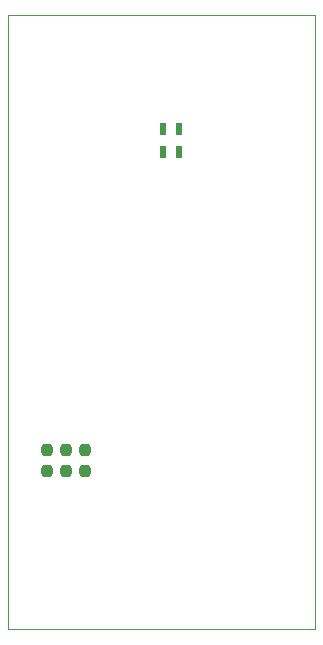
<source format=gtp>
G04 #@! TF.GenerationSoftware,KiCad,Pcbnew,(6.0.0)*
G04 #@! TF.CreationDate,2022-01-19T21:14:50+07:00*
G04 #@! TF.ProjectId,NixieClock,4e697869-6543-46c6-9f63-6b2e6b696361,rev?*
G04 #@! TF.SameCoordinates,Original*
G04 #@! TF.FileFunction,Paste,Top*
G04 #@! TF.FilePolarity,Positive*
%FSLAX46Y46*%
G04 Gerber Fmt 4.6, Leading zero omitted, Abs format (unit mm)*
G04 Created by KiCad (PCBNEW (6.0.0)) date 2022-01-19 21:14:50*
%MOMM*%
%LPD*%
G01*
G04 APERTURE LIST*
G04 Aperture macros list*
%AMRoundRect*
0 Rectangle with rounded corners*
0 $1 Rounding radius*
0 $2 $3 $4 $5 $6 $7 $8 $9 X,Y pos of 4 corners*
0 Add a 4 corners polygon primitive as box body*
4,1,4,$2,$3,$4,$5,$6,$7,$8,$9,$2,$3,0*
0 Add four circle primitives for the rounded corners*
1,1,$1+$1,$2,$3*
1,1,$1+$1,$4,$5*
1,1,$1+$1,$6,$7*
1,1,$1+$1,$8,$9*
0 Add four rect primitives between the rounded corners*
20,1,$1+$1,$2,$3,$4,$5,0*
20,1,$1+$1,$4,$5,$6,$7,0*
20,1,$1+$1,$6,$7,$8,$9,0*
20,1,$1+$1,$8,$9,$2,$3,0*%
G04 Aperture macros list end*
G04 #@! TA.AperFunction,Profile*
%ADD10C,0.050000*%
G04 #@! TD*
%ADD11RoundRect,0.237500X-0.237500X0.250000X-0.237500X-0.250000X0.237500X-0.250000X0.237500X0.250000X0*%
%ADD12R,0.600000X1.000000*%
G04 APERTURE END LIST*
D10*
X45700000Y-80300000D02*
X19700000Y-80300000D01*
X19700000Y-80300000D02*
X19700000Y-28300000D01*
X19700000Y-28300000D02*
X45700000Y-28300000D01*
X45700000Y-28300000D02*
X45700000Y-80300000D01*
D11*
X26200000Y-65087500D03*
X26200000Y-66912500D03*
X24600000Y-65075000D03*
X24600000Y-66900000D03*
X23000000Y-65075000D03*
X23000000Y-66900000D03*
D12*
X34150000Y-37900000D03*
X32850000Y-37900000D03*
X32850000Y-39900000D03*
X34150000Y-39900000D03*
M02*

</source>
